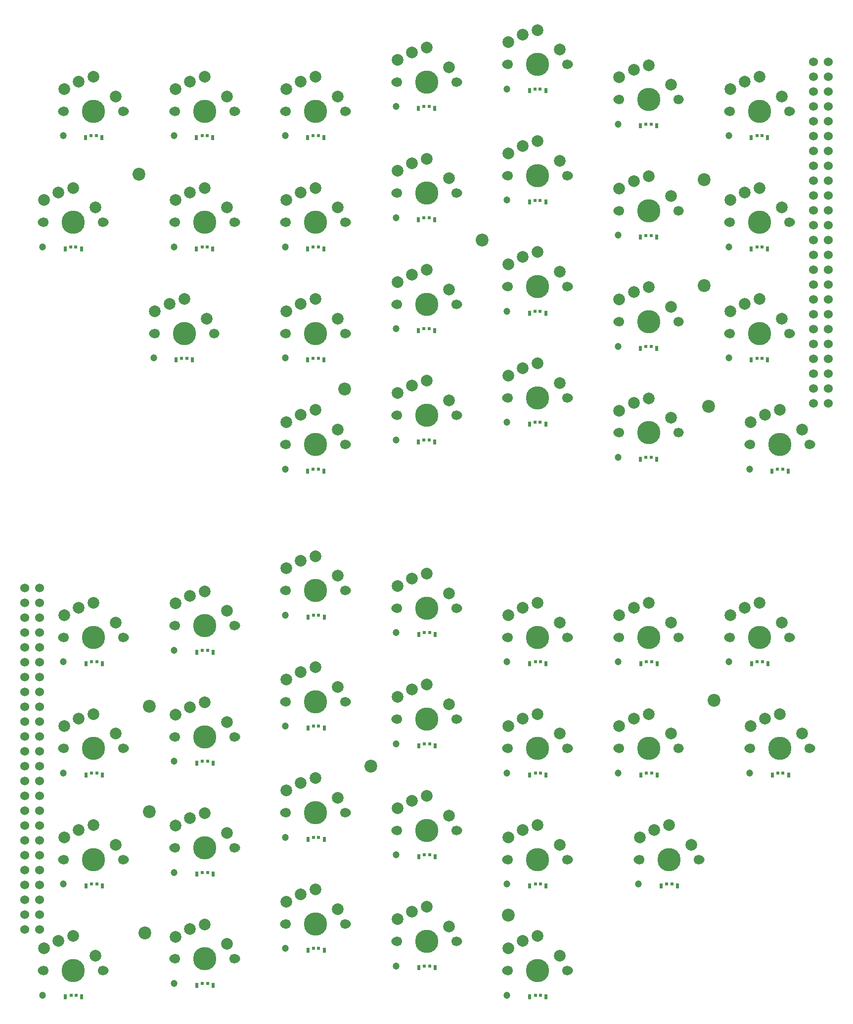
<source format=gbr>
%TF.GenerationSoftware,KiCad,Pcbnew,(6.0.6)*%
%TF.CreationDate,2022-09-05T11:06:28-07:00*%
%TF.ProjectId,Nour-Valkyrie,4e6f7572-2d56-4616-9c6b-797269652e6b,rev?*%
%TF.SameCoordinates,Original*%
%TF.FileFunction,Soldermask,Bot*%
%TF.FilePolarity,Negative*%
%FSLAX46Y46*%
G04 Gerber Fmt 4.6, Leading zero omitted, Abs format (unit mm)*
G04 Created by KiCad (PCBNEW (6.0.6)) date 2022-09-05 11:06:28*
%MOMM*%
%LPD*%
G01*
G04 APERTURE LIST*
%ADD10C,1.200000*%
%ADD11C,1.700000*%
%ADD12C,3.990000*%
%ADD13C,2.000000*%
%ADD14C,2.200000*%
%ADD15C,1.524000*%
%ADD16R,0.600000X0.900000*%
%ADD17R,0.600000X0.550000*%
G04 APERTURE END LIST*
D10*
%TO.C,SW53*%
X59500000Y-221000000D03*
D11*
X59080000Y-221000000D03*
X48920000Y-221000000D03*
D12*
X54000000Y-221000000D03*
D10*
X48500000Y-221000000D03*
X48780000Y-225200000D03*
D13*
X49000000Y-217200000D03*
X51460000Y-215920000D03*
X57810000Y-218460000D03*
X54000000Y-215100000D03*
%TD*%
D11*
%TO.C,SW36*%
X135080000Y-202000000D03*
X124920000Y-202000000D03*
D10*
X124500000Y-202000000D03*
D12*
X130000000Y-202000000D03*
D10*
X135500000Y-202000000D03*
X124780000Y-206200000D03*
D13*
X125000000Y-198200000D03*
X127460000Y-196920000D03*
X130000000Y-196100000D03*
X133810000Y-199460000D03*
%TD*%
D10*
%TO.C,SW33*%
X154500000Y-202000000D03*
X143500000Y-202000000D03*
D11*
X154080000Y-202000000D03*
D10*
X143780000Y-206200000D03*
D11*
X143920000Y-202000000D03*
D12*
X149000000Y-202000000D03*
D13*
X144000000Y-198200000D03*
X146460000Y-196920000D03*
X149000000Y-196100000D03*
X152810000Y-199460000D03*
%TD*%
D14*
%TO.C,REF\u002A\u002A*%
X63500000Y-212850000D03*
%TD*%
D15*
%TO.C,U3*%
X177260000Y-142965000D03*
X177260000Y-140425000D03*
X177260000Y-137885000D03*
X177260000Y-135345000D03*
X177260000Y-132805000D03*
X177260000Y-130265000D03*
X177260000Y-127725000D03*
X177260000Y-125185000D03*
X177260000Y-122645000D03*
X177260000Y-120105000D03*
X177260000Y-117565000D03*
X177260000Y-115025000D03*
X177260000Y-112485000D03*
X177260000Y-109945000D03*
X177260000Y-107405000D03*
X177260000Y-104865000D03*
X177260000Y-102325000D03*
X177260000Y-99785000D03*
X177260000Y-97245000D03*
X177260000Y-94705000D03*
X177260000Y-92165000D03*
X177260000Y-89625000D03*
X177260000Y-87085000D03*
X177260000Y-84545000D03*
X179800000Y-84545000D03*
X179800000Y-87085000D03*
X179800000Y-89625000D03*
X179800000Y-92165000D03*
X179800000Y-94705000D03*
X179800000Y-97245000D03*
X179800000Y-99785000D03*
X179800000Y-102325000D03*
X179800000Y-104865000D03*
X179800000Y-107405000D03*
X179800000Y-109945000D03*
X179800000Y-112485000D03*
X179800000Y-115025000D03*
X179800000Y-117565000D03*
X179800000Y-120105000D03*
X179800000Y-122645000D03*
X179800000Y-125185000D03*
X179800000Y-127725000D03*
X179800000Y-130265000D03*
X179800000Y-132805000D03*
X179800000Y-135345000D03*
X179800000Y-137885000D03*
X179800000Y-140425000D03*
X179800000Y-142965000D03*
%TD*%
D10*
%TO.C,SW13*%
X135500000Y-123000000D03*
D12*
X130000000Y-123000000D03*
D11*
X124920000Y-123000000D03*
X135080000Y-123000000D03*
D10*
X124500000Y-123000000D03*
X124780000Y-127200000D03*
D13*
X127460000Y-117920000D03*
X125000000Y-119200000D03*
X133810000Y-120460000D03*
X130000000Y-117100000D03*
%TD*%
D12*
%TO.C,SW49*%
X73000000Y-219000000D03*
D10*
X67780000Y-223200000D03*
D11*
X67920000Y-219000000D03*
D10*
X67500000Y-219000000D03*
D11*
X78080000Y-219000000D03*
D10*
X78500000Y-219000000D03*
D13*
X68000000Y-215200000D03*
X70460000Y-213920000D03*
X76810000Y-216460000D03*
X73000000Y-213100000D03*
%TD*%
D11*
%TO.C,SW8*%
X154080000Y-110000000D03*
D10*
X143780000Y-114200000D03*
X143500000Y-110000000D03*
D11*
X143920000Y-110000000D03*
D10*
X154500000Y-110000000D03*
D12*
X149000000Y-110000000D03*
D13*
X144000000Y-106200000D03*
X146460000Y-104920000D03*
X152810000Y-107460000D03*
X149000000Y-104100000D03*
%TD*%
D10*
%TO.C,SW26*%
X48780000Y-97200000D03*
D11*
X48920000Y-93000000D03*
X59080000Y-93000000D03*
D12*
X54000000Y-93000000D03*
D10*
X48500000Y-93000000D03*
X59500000Y-93000000D03*
D13*
X49000000Y-89200000D03*
X51460000Y-87920000D03*
X54000000Y-87100000D03*
X57810000Y-90460000D03*
%TD*%
D11*
%TO.C,SW23*%
X67920000Y-93000000D03*
D10*
X67500000Y-93000000D03*
X78500000Y-93000000D03*
X67780000Y-97200000D03*
D11*
X78080000Y-93000000D03*
D12*
X73000000Y-93000000D03*
D13*
X70460000Y-87920000D03*
X68000000Y-89200000D03*
X76810000Y-90460000D03*
X73000000Y-87100000D03*
%TD*%
D10*
%TO.C,SW18*%
X116500000Y-145000000D03*
D11*
X116080000Y-145000000D03*
D10*
X105500000Y-145000000D03*
D11*
X105920000Y-145000000D03*
D10*
X105780000Y-149200000D03*
D12*
X111000000Y-145000000D03*
D13*
X108460000Y-139920000D03*
X106000000Y-141200000D03*
X114810000Y-142460000D03*
X111000000Y-139100000D03*
%TD*%
D10*
%TO.C,SW21*%
X86780000Y-135200000D03*
X86500000Y-131000000D03*
D11*
X97080000Y-131000000D03*
D12*
X92000000Y-131000000D03*
D11*
X86920000Y-131000000D03*
D10*
X97500000Y-131000000D03*
D13*
X89460000Y-125920000D03*
X87000000Y-127200000D03*
X95810000Y-128460000D03*
X92000000Y-125100000D03*
%TD*%
D11*
%TO.C,SW11*%
X135080000Y-85000000D03*
D12*
X130000000Y-85000000D03*
D10*
X124780000Y-89200000D03*
X135500000Y-85000000D03*
X124500000Y-85000000D03*
D11*
X124920000Y-85000000D03*
D13*
X125000000Y-81200000D03*
X127460000Y-79920000D03*
X133810000Y-82460000D03*
X130000000Y-79100000D03*
%TD*%
D11*
%TO.C,SW4*%
X173080000Y-112000000D03*
X162920000Y-112000000D03*
D10*
X162780000Y-116200000D03*
D12*
X168000000Y-112000000D03*
D10*
X162500000Y-112000000D03*
X173500000Y-112000000D03*
D13*
X163000000Y-108200000D03*
X165460000Y-106920000D03*
X168000000Y-106100000D03*
X171810000Y-109460000D03*
%TD*%
D14*
%TO.C,REF\u002A\u002A*%
X125000000Y-230550000D03*
%TD*%
D12*
%TO.C,SW45*%
X92000000Y-213000000D03*
D10*
X86780000Y-217200000D03*
D11*
X97080000Y-213000000D03*
D10*
X86500000Y-213000000D03*
D11*
X86920000Y-213000000D03*
D10*
X97500000Y-213000000D03*
D13*
X89460000Y-207920000D03*
X87000000Y-209200000D03*
X92000000Y-207100000D03*
X95810000Y-210460000D03*
%TD*%
D14*
%TO.C,REF\u002A\u002A*%
X62750000Y-233550000D03*
%TD*%
D12*
%TO.C,SW41*%
X111000000Y-216000000D03*
D11*
X105920000Y-216000000D03*
D10*
X105780000Y-220200000D03*
X105500000Y-216000000D03*
D11*
X116080000Y-216000000D03*
D10*
X116500000Y-216000000D03*
D13*
X108460000Y-210920000D03*
X106000000Y-212200000D03*
X111000000Y-210100000D03*
X114810000Y-213460000D03*
%TD*%
D11*
%TO.C,SW42*%
X105920000Y-235000000D03*
D10*
X116500000Y-235000000D03*
D11*
X116080000Y-235000000D03*
D10*
X105500000Y-235000000D03*
X105780000Y-239200000D03*
D12*
X111000000Y-235000000D03*
D13*
X106000000Y-231200000D03*
X108460000Y-229920000D03*
X114810000Y-232460000D03*
X111000000Y-229100000D03*
%TD*%
D11*
%TO.C,SW20*%
X97080000Y-112000000D03*
D10*
X97500000Y-112000000D03*
D12*
X92000000Y-112000000D03*
D11*
X86920000Y-112000000D03*
D10*
X86780000Y-116200000D03*
X86500000Y-112000000D03*
D13*
X87000000Y-108200000D03*
X89460000Y-106920000D03*
X95810000Y-109460000D03*
X92000000Y-106100000D03*
%TD*%
D10*
%TO.C,SW40*%
X105780000Y-201200000D03*
D11*
X105920000Y-197000000D03*
D12*
X111000000Y-197000000D03*
D11*
X116080000Y-197000000D03*
D10*
X105500000Y-197000000D03*
X116500000Y-197000000D03*
D13*
X106000000Y-193200000D03*
X108460000Y-191920000D03*
X114810000Y-194460000D03*
X111000000Y-191100000D03*
%TD*%
D10*
%TO.C,SW51*%
X59500000Y-183000000D03*
D11*
X48920000Y-183000000D03*
D12*
X54000000Y-183000000D03*
D11*
X59080000Y-183000000D03*
D10*
X48780000Y-187200000D03*
X48500000Y-183000000D03*
D13*
X51460000Y-177920000D03*
X49000000Y-179200000D03*
X57810000Y-180460000D03*
X54000000Y-177100000D03*
%TD*%
D14*
%TO.C,REF\u002A\u002A*%
X97000000Y-140500000D03*
%TD*%
D12*
%TO.C,SW12*%
X130000000Y-104000000D03*
D11*
X135080000Y-104000000D03*
X124920000Y-104000000D03*
D10*
X135500000Y-104000000D03*
X124500000Y-104000000D03*
X124780000Y-108200000D03*
D13*
X125000000Y-100200000D03*
X127460000Y-98920000D03*
X130000000Y-98100000D03*
X133810000Y-101460000D03*
%TD*%
D11*
%TO.C,SW37*%
X124920000Y-221000000D03*
D10*
X124500000Y-221000000D03*
D11*
X135080000Y-221000000D03*
D10*
X135500000Y-221000000D03*
D12*
X130000000Y-221000000D03*
D10*
X124780000Y-225200000D03*
D13*
X127460000Y-215920000D03*
X125000000Y-217200000D03*
X133810000Y-218460000D03*
X130000000Y-215100000D03*
%TD*%
D11*
%TO.C,SW30*%
X162920000Y-183000000D03*
D10*
X162500000Y-183000000D03*
X162780000Y-187200000D03*
D11*
X173080000Y-183000000D03*
D12*
X168000000Y-183000000D03*
D10*
X173500000Y-183000000D03*
D13*
X163000000Y-179200000D03*
X165460000Y-177920000D03*
X171810000Y-180460000D03*
X168000000Y-177100000D03*
%TD*%
D11*
%TO.C,SW25*%
X64420000Y-131000000D03*
D10*
X64000000Y-131000000D03*
X64280000Y-135200000D03*
X75000000Y-131000000D03*
D12*
X69500000Y-131000000D03*
D11*
X74580000Y-131000000D03*
D13*
X66960000Y-125920000D03*
X64500000Y-127200000D03*
X69500000Y-125100000D03*
X73310000Y-128460000D03*
%TD*%
D10*
%TO.C,SW19*%
X97500000Y-93000000D03*
D12*
X92000000Y-93000000D03*
D11*
X86920000Y-93000000D03*
X97080000Y-93000000D03*
D10*
X86780000Y-97200000D03*
X86500000Y-93000000D03*
D13*
X89460000Y-87920000D03*
X87000000Y-89200000D03*
X95810000Y-90460000D03*
X92000000Y-87100000D03*
%TD*%
D11*
%TO.C,SW52*%
X59080000Y-202000000D03*
D10*
X48500000Y-202000000D03*
D12*
X54000000Y-202000000D03*
D11*
X48920000Y-202000000D03*
D10*
X48780000Y-206200000D03*
X59500000Y-202000000D03*
D13*
X49000000Y-198200000D03*
X51460000Y-196920000D03*
X57810000Y-199460000D03*
X54000000Y-196100000D03*
%TD*%
D11*
%TO.C,SW38*%
X124920000Y-240000000D03*
D12*
X130000000Y-240000000D03*
D11*
X135080000Y-240000000D03*
D10*
X124780000Y-244200000D03*
X124500000Y-240000000D03*
X135500000Y-240000000D03*
D13*
X127460000Y-234920000D03*
X125000000Y-236200000D03*
X130000000Y-234100000D03*
X133810000Y-237460000D03*
%TD*%
D11*
%TO.C,SW35*%
X135080000Y-183000000D03*
D10*
X135500000Y-183000000D03*
X124500000Y-183000000D03*
D11*
X124920000Y-183000000D03*
D12*
X130000000Y-183000000D03*
D10*
X124780000Y-187200000D03*
D13*
X125000000Y-179200000D03*
X127460000Y-177920000D03*
X130000000Y-177100000D03*
X133810000Y-180460000D03*
%TD*%
D14*
%TO.C,REF\u002A\u002A*%
X160250000Y-193800000D03*
%TD*%
D15*
%TO.C,U5*%
X44740000Y-174580000D03*
X44740000Y-177120000D03*
X44740000Y-179660000D03*
X44740000Y-182200000D03*
X44740000Y-184740000D03*
X44740000Y-187280000D03*
X44740000Y-189820000D03*
X44740000Y-192360000D03*
X44740000Y-194900000D03*
X44740000Y-197440000D03*
X44740000Y-199980000D03*
X44740000Y-202520000D03*
X44740000Y-205060000D03*
X44740000Y-207600000D03*
X44740000Y-210140000D03*
X44740000Y-212680000D03*
X44740000Y-215220000D03*
X44740000Y-217760000D03*
X44740000Y-220300000D03*
X44740000Y-222840000D03*
X44740000Y-225380000D03*
X44740000Y-227920000D03*
X44740000Y-230460000D03*
X44740000Y-233000000D03*
X42200000Y-233000000D03*
X42200000Y-230460000D03*
X42200000Y-227920000D03*
X42200000Y-225380000D03*
X42200000Y-222840000D03*
X42200000Y-220300000D03*
X42200000Y-217760000D03*
X42200000Y-215220000D03*
X42200000Y-212680000D03*
X42200000Y-210140000D03*
X42200000Y-207600000D03*
X42200000Y-205060000D03*
X42200000Y-202520000D03*
X42200000Y-199980000D03*
X42200000Y-197440000D03*
X42200000Y-194900000D03*
X42200000Y-192360000D03*
X42200000Y-189820000D03*
X42200000Y-187280000D03*
X42200000Y-184740000D03*
X42200000Y-182200000D03*
X42200000Y-179660000D03*
X42200000Y-177120000D03*
X42200000Y-174580000D03*
%TD*%
D10*
%TO.C,SW5*%
X173500000Y-131000000D03*
D11*
X162920000Y-131000000D03*
D10*
X162500000Y-131000000D03*
D11*
X173080000Y-131000000D03*
D12*
X168000000Y-131000000D03*
D10*
X162780000Y-135200000D03*
D13*
X165460000Y-125920000D03*
X163000000Y-127200000D03*
X171810000Y-128460000D03*
X168000000Y-125100000D03*
%TD*%
D10*
%TO.C,SW47*%
X78500000Y-181000000D03*
X67500000Y-181000000D03*
X67780000Y-185200000D03*
D11*
X67920000Y-181000000D03*
D12*
X73000000Y-181000000D03*
D11*
X78080000Y-181000000D03*
D13*
X68000000Y-177200000D03*
X70460000Y-175920000D03*
X73000000Y-175100000D03*
X76810000Y-178460000D03*
%TD*%
D12*
%TO.C,SW50*%
X73000000Y-238000000D03*
D10*
X78500000Y-238000000D03*
D11*
X67920000Y-238000000D03*
X78080000Y-238000000D03*
D10*
X67780000Y-242200000D03*
X67500000Y-238000000D03*
D13*
X68000000Y-234200000D03*
X70460000Y-232920000D03*
X76810000Y-235460000D03*
X73000000Y-232100000D03*
%TD*%
D14*
%TO.C,REF\u002A\u002A*%
X159250000Y-143500000D03*
%TD*%
%TO.C,REF\u002A\u002A*%
X61750000Y-103750000D03*
%TD*%
D11*
%TO.C,SW14*%
X124920000Y-142000000D03*
D10*
X124500000Y-142000000D03*
D12*
X130000000Y-142000000D03*
D11*
X135080000Y-142000000D03*
D10*
X124780000Y-146200000D03*
X135500000Y-142000000D03*
D13*
X127460000Y-136920000D03*
X125000000Y-138200000D03*
X133810000Y-139460000D03*
X130000000Y-136100000D03*
%TD*%
D12*
%TO.C,SW9*%
X149000000Y-129000000D03*
D11*
X154080000Y-129000000D03*
D10*
X143780000Y-133200000D03*
X154500000Y-129000000D03*
D11*
X143920000Y-129000000D03*
D10*
X143500000Y-129000000D03*
D13*
X144000000Y-125200000D03*
X146460000Y-123920000D03*
X152810000Y-126460000D03*
X149000000Y-123100000D03*
%TD*%
D14*
%TO.C,REF\u002A\u002A*%
X120500000Y-115000000D03*
%TD*%
D10*
%TO.C,SW17*%
X105780000Y-130200000D03*
D11*
X105920000Y-126000000D03*
D12*
X111000000Y-126000000D03*
D10*
X105500000Y-126000000D03*
D11*
X116080000Y-126000000D03*
D10*
X116500000Y-126000000D03*
D13*
X108460000Y-120920000D03*
X106000000Y-122200000D03*
X114810000Y-123460000D03*
X111000000Y-120100000D03*
%TD*%
D10*
%TO.C,SW43*%
X97500000Y-175000000D03*
D12*
X92000000Y-175000000D03*
D10*
X86500000Y-175000000D03*
D11*
X97080000Y-175000000D03*
D10*
X86780000Y-179200000D03*
D11*
X86920000Y-175000000D03*
D13*
X87000000Y-171200000D03*
X89460000Y-169920000D03*
X95810000Y-172460000D03*
X92000000Y-169100000D03*
%TD*%
D10*
%TO.C,SW32*%
X143780000Y-187200000D03*
X154500000Y-183000000D03*
D11*
X143920000Y-183000000D03*
X154080000Y-183000000D03*
D10*
X143500000Y-183000000D03*
D12*
X149000000Y-183000000D03*
D13*
X146460000Y-177920000D03*
X144000000Y-179200000D03*
X149000000Y-177100000D03*
X152810000Y-180460000D03*
%TD*%
D11*
%TO.C,SW44*%
X97080000Y-194000000D03*
D10*
X86500000Y-194000000D03*
X97500000Y-194000000D03*
D12*
X92000000Y-194000000D03*
D10*
X86780000Y-198200000D03*
D11*
X86920000Y-194000000D03*
D13*
X87000000Y-190200000D03*
X89460000Y-188920000D03*
X95810000Y-191460000D03*
X92000000Y-188100000D03*
%TD*%
D10*
%TO.C,SW24*%
X67780000Y-116200000D03*
X78500000Y-112000000D03*
D11*
X78080000Y-112000000D03*
D12*
X73000000Y-112000000D03*
D10*
X67500000Y-112000000D03*
D11*
X67920000Y-112000000D03*
D13*
X68000000Y-108200000D03*
X70460000Y-106920000D03*
X76810000Y-109460000D03*
X73000000Y-106100000D03*
%TD*%
D11*
%TO.C,SW31*%
X176580000Y-202000000D03*
D10*
X166000000Y-202000000D03*
X177000000Y-202000000D03*
X166280000Y-206200000D03*
D12*
X171500000Y-202000000D03*
D11*
X166420000Y-202000000D03*
D13*
X166500000Y-198200000D03*
X168960000Y-196920000D03*
X171500000Y-196100000D03*
X175310000Y-199460000D03*
%TD*%
D11*
%TO.C,SW22*%
X86920000Y-150000000D03*
D10*
X97500000Y-150000000D03*
X86500000Y-150000000D03*
X86780000Y-154200000D03*
D12*
X92000000Y-150000000D03*
D11*
X97080000Y-150000000D03*
D13*
X89460000Y-144920000D03*
X87000000Y-146200000D03*
X95810000Y-147460000D03*
X92000000Y-144100000D03*
%TD*%
D10*
%TO.C,SW48*%
X67780000Y-204200000D03*
X67500000Y-200000000D03*
X78500000Y-200000000D03*
D11*
X78080000Y-200000000D03*
X67920000Y-200000000D03*
D12*
X73000000Y-200000000D03*
D13*
X70460000Y-194920000D03*
X68000000Y-196200000D03*
X73000000Y-194100000D03*
X76810000Y-197460000D03*
%TD*%
D10*
%TO.C,SW10*%
X143780000Y-152200000D03*
X154500000Y-148000000D03*
D12*
X149000000Y-148000000D03*
D11*
X143920000Y-148000000D03*
D10*
X143500000Y-148000000D03*
D11*
X154080000Y-148000000D03*
D13*
X146460000Y-142920000D03*
X144000000Y-144200000D03*
X152810000Y-145460000D03*
X149000000Y-142100000D03*
%TD*%
D14*
%TO.C,REF\u002A\u002A*%
X158500000Y-122800000D03*
%TD*%
%TO.C,REF\u002A\u002A*%
X101500000Y-205050000D03*
%TD*%
%TO.C,REF\u002A\u002A*%
X63500000Y-194750000D03*
%TD*%
D10*
%TO.C,SW46*%
X97500000Y-232000000D03*
D12*
X92000000Y-232000000D03*
D10*
X86780000Y-236200000D03*
D11*
X86920000Y-232000000D03*
X97080000Y-232000000D03*
D10*
X86500000Y-232000000D03*
D13*
X87000000Y-228200000D03*
X89460000Y-226920000D03*
X92000000Y-226100000D03*
X95810000Y-229460000D03*
%TD*%
D12*
%TO.C,SW34*%
X152500000Y-221000000D03*
D10*
X147000000Y-221000000D03*
X147280000Y-225200000D03*
D11*
X157580000Y-221000000D03*
D10*
X158000000Y-221000000D03*
D11*
X147420000Y-221000000D03*
D13*
X147500000Y-217200000D03*
X149960000Y-215920000D03*
X152500000Y-215100000D03*
X156310000Y-218460000D03*
%TD*%
D10*
%TO.C,SW16*%
X105780000Y-111200000D03*
D11*
X116080000Y-107000000D03*
D10*
X116500000Y-107000000D03*
D12*
X111000000Y-107000000D03*
D11*
X105920000Y-107000000D03*
D10*
X105500000Y-107000000D03*
D13*
X106000000Y-103200000D03*
X108460000Y-101920000D03*
X111000000Y-101100000D03*
X114810000Y-104460000D03*
%TD*%
D11*
%TO.C,SW15*%
X116080000Y-88000000D03*
X105920000Y-88000000D03*
D10*
X105500000Y-88000000D03*
X116500000Y-88000000D03*
D12*
X111000000Y-88000000D03*
D10*
X105780000Y-92200000D03*
D13*
X108460000Y-82920000D03*
X106000000Y-84200000D03*
X114810000Y-85460000D03*
X111000000Y-82100000D03*
%TD*%
D10*
%TO.C,SW54*%
X45000000Y-240000000D03*
D12*
X50500000Y-240000000D03*
D10*
X45280000Y-244200000D03*
D11*
X55580000Y-240000000D03*
X45420000Y-240000000D03*
D10*
X56000000Y-240000000D03*
D13*
X47960000Y-234920000D03*
X45500000Y-236200000D03*
X54310000Y-237460000D03*
X50500000Y-234100000D03*
%TD*%
D10*
%TO.C,SW39*%
X116500000Y-178000000D03*
D11*
X116080000Y-178000000D03*
X105920000Y-178000000D03*
D10*
X105500000Y-178000000D03*
D12*
X111000000Y-178000000D03*
D10*
X105780000Y-182200000D03*
D13*
X108460000Y-172920000D03*
X106000000Y-174200000D03*
X111000000Y-172100000D03*
X114810000Y-175460000D03*
%TD*%
D11*
%TO.C,SW7*%
X154080000Y-91000000D03*
D10*
X154500000Y-91000000D03*
D12*
X149000000Y-91000000D03*
D10*
X143780000Y-95200000D03*
D11*
X143920000Y-91000000D03*
D10*
X143500000Y-91000000D03*
D13*
X144000000Y-87200000D03*
X146460000Y-85920000D03*
X149000000Y-85100000D03*
X152810000Y-88460000D03*
%TD*%
D10*
%TO.C,SW27*%
X45280000Y-116200000D03*
X45000000Y-112000000D03*
X56000000Y-112000000D03*
D11*
X45420000Y-112000000D03*
X55580000Y-112000000D03*
D12*
X50500000Y-112000000D03*
D13*
X45500000Y-108200000D03*
X47960000Y-106920000D03*
X54310000Y-109460000D03*
X50500000Y-106100000D03*
%TD*%
D10*
%TO.C,SW6*%
X166280000Y-154200000D03*
X166000000Y-150000000D03*
D11*
X176580000Y-150000000D03*
D10*
X177000000Y-150000000D03*
D11*
X166420000Y-150000000D03*
D12*
X171500000Y-150000000D03*
D13*
X166500000Y-146200000D03*
X168960000Y-144920000D03*
X171500000Y-144100000D03*
X175310000Y-147460000D03*
%TD*%
D14*
%TO.C,REF\u002A\u002A*%
X158500000Y-104700000D03*
%TD*%
D11*
%TO.C,SW3*%
X173080000Y-93000000D03*
D10*
X162780000Y-97200000D03*
X173500000Y-93000000D03*
D12*
X168000000Y-93000000D03*
D11*
X162920000Y-93000000D03*
D10*
X162500000Y-93000000D03*
D13*
X165460000Y-87920000D03*
X163000000Y-89200000D03*
X168000000Y-87100000D03*
X171810000Y-90460000D03*
%TD*%
D16*
%TO.C,D53*%
X150467000Y-206517000D03*
D17*
X149517000Y-206192000D03*
X148617000Y-206192000D03*
D16*
X147667000Y-206517000D03*
%TD*%
%TO.C,D61*%
X112467000Y-220517000D03*
D17*
X111517000Y-220192000D03*
X110617000Y-220192000D03*
D16*
X109667000Y-220517000D03*
%TD*%
%TO.C,D71*%
X55467000Y-187517000D03*
D17*
X54517000Y-187192000D03*
X53617000Y-187192000D03*
D16*
X52667000Y-187517000D03*
%TD*%
%TO.C,D64*%
X93467000Y-198517000D03*
D17*
X92517000Y-198192000D03*
X91617000Y-198192000D03*
D16*
X90667000Y-198517000D03*
%TD*%
%TO.C,D55*%
X131467000Y-187517000D03*
D17*
X130517000Y-187192000D03*
X129617000Y-187192000D03*
D16*
X128667000Y-187517000D03*
%TD*%
%TO.C,D9*%
X169400000Y-97500000D03*
D17*
X168450000Y-97175000D03*
X167550000Y-97175000D03*
D16*
X166600000Y-97500000D03*
%TD*%
%TO.C,D59*%
X112467000Y-182517000D03*
D17*
X111517000Y-182192000D03*
X110617000Y-182192000D03*
D16*
X109667000Y-182517000D03*
%TD*%
%TO.C,D68*%
X74467000Y-204517000D03*
D17*
X73517000Y-204192000D03*
X72617000Y-204192000D03*
D16*
X71667000Y-204517000D03*
%TD*%
%TO.C,D72*%
X55467000Y-206517000D03*
D17*
X54517000Y-206192000D03*
X53617000Y-206192000D03*
D16*
X52667000Y-206517000D03*
%TD*%
%TO.C,D74*%
X51967000Y-244517000D03*
D17*
X51017000Y-244192000D03*
X50117000Y-244192000D03*
D16*
X49167000Y-244517000D03*
%TD*%
%TO.C,D23*%
X112400000Y-130549000D03*
D17*
X111450000Y-130224000D03*
X110550000Y-130224000D03*
D16*
X109600000Y-130549000D03*
%TD*%
%TO.C,D56*%
X131467000Y-206517000D03*
D17*
X130517000Y-206192000D03*
X129617000Y-206192000D03*
D16*
X128667000Y-206517000D03*
%TD*%
%TO.C,D12*%
X172900000Y-154549000D03*
D17*
X171950000Y-154224000D03*
X171050000Y-154224000D03*
D16*
X170100000Y-154549000D03*
%TD*%
%TO.C,D26*%
X93400000Y-116549000D03*
D17*
X92450000Y-116224000D03*
X91550000Y-116224000D03*
D16*
X90600000Y-116549000D03*
%TD*%
%TO.C,D20*%
X131400000Y-146549000D03*
D17*
X130450000Y-146224000D03*
X129550000Y-146224000D03*
D16*
X128600000Y-146549000D03*
%TD*%
%TO.C,D62*%
X112467000Y-239517000D03*
D17*
X111517000Y-239192000D03*
X110617000Y-239192000D03*
D16*
X109667000Y-239517000D03*
%TD*%
%TO.C,D28*%
X93400000Y-154549000D03*
D17*
X92450000Y-154224000D03*
X91550000Y-154224000D03*
D16*
X90600000Y-154549000D03*
%TD*%
%TO.C,D33*%
X51900000Y-116549000D03*
D17*
X50950000Y-116224000D03*
X50050000Y-116224000D03*
D16*
X49100000Y-116549000D03*
%TD*%
%TO.C,D65*%
X93467000Y-217517000D03*
D17*
X92517000Y-217192000D03*
X91617000Y-217192000D03*
D16*
X90667000Y-217517000D03*
%TD*%
%TO.C,D57*%
X131467000Y-225517000D03*
D17*
X130517000Y-225192000D03*
X129617000Y-225192000D03*
D16*
X128667000Y-225517000D03*
%TD*%
%TO.C,D69*%
X74467000Y-223517000D03*
D17*
X73517000Y-223192000D03*
X72617000Y-223192000D03*
D16*
X71667000Y-223517000D03*
%TD*%
%TO.C,D10*%
X169400000Y-116549000D03*
D17*
X168450000Y-116224000D03*
X167550000Y-116224000D03*
D16*
X166600000Y-116549000D03*
%TD*%
%TO.C,D31*%
X70900000Y-135549000D03*
D17*
X69950000Y-135224000D03*
X69050000Y-135224000D03*
D16*
X68100000Y-135549000D03*
%TD*%
%TO.C,D21*%
X112400000Y-92500000D03*
D17*
X111450000Y-92175000D03*
X110550000Y-92175000D03*
D16*
X109600000Y-92500000D03*
%TD*%
%TO.C,D25*%
X93400000Y-97500000D03*
D17*
X92450000Y-97175000D03*
X91550000Y-97175000D03*
D16*
X90600000Y-97500000D03*
%TD*%
%TO.C,D70*%
X74467000Y-242517000D03*
D17*
X73517000Y-242192000D03*
X72617000Y-242192000D03*
D16*
X71667000Y-242517000D03*
%TD*%
%TO.C,D18*%
X131400000Y-108549000D03*
D17*
X130450000Y-108224000D03*
X129550000Y-108224000D03*
D16*
X128600000Y-108549000D03*
%TD*%
%TO.C,D17*%
X131400000Y-89500000D03*
D17*
X130450000Y-89175000D03*
X129550000Y-89175000D03*
D16*
X128600000Y-89500000D03*
%TD*%
%TO.C,D60*%
X112467000Y-201517000D03*
D17*
X111517000Y-201192000D03*
X110617000Y-201192000D03*
D16*
X109667000Y-201517000D03*
%TD*%
%TO.C,D63*%
X93467000Y-179517000D03*
D17*
X92517000Y-179192000D03*
X91617000Y-179192000D03*
D16*
X90667000Y-179517000D03*
%TD*%
%TO.C,D13*%
X150400000Y-95500000D03*
D17*
X149450000Y-95175000D03*
X148550000Y-95175000D03*
D16*
X147600000Y-95500000D03*
%TD*%
%TO.C,D51*%
X172967000Y-206517000D03*
D17*
X172017000Y-206192000D03*
X171117000Y-206192000D03*
D16*
X170167000Y-206517000D03*
%TD*%
%TO.C,D22*%
X112400000Y-111549000D03*
D17*
X111450000Y-111224000D03*
X110550000Y-111224000D03*
D16*
X109600000Y-111549000D03*
%TD*%
%TO.C,D52*%
X150467000Y-187517000D03*
D17*
X149517000Y-187192000D03*
X148617000Y-187192000D03*
D16*
X147667000Y-187517000D03*
%TD*%
%TO.C,D32*%
X55400000Y-97500000D03*
D17*
X54450000Y-97175000D03*
X53550000Y-97175000D03*
D16*
X52600000Y-97500000D03*
%TD*%
%TO.C,D58*%
X131467000Y-244517000D03*
D17*
X130517000Y-244192000D03*
X129617000Y-244192000D03*
D16*
X128667000Y-244517000D03*
%TD*%
%TO.C,D24*%
X112400000Y-149549000D03*
D17*
X111450000Y-149224000D03*
X110550000Y-149224000D03*
D16*
X109600000Y-149549000D03*
%TD*%
%TO.C,D15*%
X150400000Y-133549000D03*
D17*
X149450000Y-133224000D03*
X148550000Y-133224000D03*
D16*
X147600000Y-133549000D03*
%TD*%
%TO.C,D67*%
X74467000Y-185517000D03*
D17*
X73517000Y-185192000D03*
X72617000Y-185192000D03*
D16*
X71667000Y-185517000D03*
%TD*%
%TO.C,D29*%
X74400000Y-97500000D03*
D17*
X73450000Y-97175000D03*
X72550000Y-97175000D03*
D16*
X71600000Y-97500000D03*
%TD*%
%TO.C,D16*%
X150400000Y-152549000D03*
D17*
X149450000Y-152224000D03*
X148550000Y-152224000D03*
D16*
X147600000Y-152549000D03*
%TD*%
%TO.C,D66*%
X93467000Y-236517000D03*
D17*
X92517000Y-236192000D03*
X91617000Y-236192000D03*
D16*
X90667000Y-236517000D03*
%TD*%
%TO.C,D11*%
X169400000Y-135549000D03*
D17*
X168450000Y-135224000D03*
X167550000Y-135224000D03*
D16*
X166600000Y-135549000D03*
%TD*%
%TO.C,D19*%
X131400000Y-127549000D03*
D17*
X130450000Y-127224000D03*
X129550000Y-127224000D03*
D16*
X128600000Y-127549000D03*
%TD*%
%TO.C,D14*%
X150400000Y-114549000D03*
D17*
X149450000Y-114224000D03*
X148550000Y-114224000D03*
D16*
X147600000Y-114549000D03*
%TD*%
%TO.C,D50*%
X169467000Y-187517000D03*
D17*
X168517000Y-187192000D03*
X167617000Y-187192000D03*
D16*
X166667000Y-187517000D03*
%TD*%
%TO.C,D54*%
X153967000Y-225517000D03*
D17*
X153017000Y-225192000D03*
X152117000Y-225192000D03*
D16*
X151167000Y-225517000D03*
%TD*%
%TO.C,D27*%
X93400000Y-135549000D03*
D17*
X92450000Y-135224000D03*
X91550000Y-135224000D03*
D16*
X90600000Y-135549000D03*
%TD*%
%TO.C,D30*%
X74400000Y-116549000D03*
D17*
X73450000Y-116224000D03*
X72550000Y-116224000D03*
D16*
X71600000Y-116549000D03*
%TD*%
%TO.C,D73*%
X55467000Y-225517000D03*
D17*
X54517000Y-225192000D03*
X53617000Y-225192000D03*
D16*
X52667000Y-225517000D03*
%TD*%
M02*

</source>
